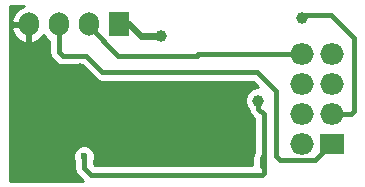
<source format=gbl>
G04 #@! TF.FileFunction,Copper,L2,Bot,Signal*
%FSLAX46Y46*%
G04 Gerber Fmt 4.6, Leading zero omitted, Abs format (unit mm)*
G04 Created by KiCad (PCBNEW 4.0.7) date Wed Dec 12 21:34:46 2018*
%MOMM*%
%LPD*%
G01*
G04 APERTURE LIST*
%ADD10C,0.100000*%
%ADD11C,0.300000*%
%ADD12R,1.700000X2.000000*%
%ADD13O,1.700000X2.000000*%
%ADD14R,2.000000X1.800000*%
%ADD15O,2.000000X1.800000*%
%ADD16C,1.000000*%
%ADD17C,0.600000*%
%ADD18C,0.400000*%
%ADD19C,0.600000*%
%ADD20C,0.254000*%
G04 APERTURE END LIST*
D10*
D11*
X75873715Y-101818286D02*
X75945143Y-101746857D01*
X76088000Y-101675429D01*
X76230858Y-101675429D01*
X76373715Y-101746857D01*
X76445143Y-101818286D01*
X76516572Y-101961143D01*
X76516572Y-102104000D01*
X76445143Y-102246857D01*
X76373715Y-102318286D01*
X76230858Y-102389714D01*
X76088000Y-102389714D01*
X75945143Y-102318286D01*
X75873715Y-102246857D01*
X75873715Y-101675429D02*
X75873715Y-102246857D01*
X75802286Y-102318286D01*
X75730858Y-102318286D01*
X75588000Y-102246857D01*
X75516572Y-102104000D01*
X75516572Y-101746857D01*
X75659429Y-101532571D01*
X75873715Y-101389714D01*
X76159429Y-101318286D01*
X76445143Y-101389714D01*
X76659429Y-101532571D01*
X76802286Y-101746857D01*
X76873715Y-102032571D01*
X76802286Y-102318286D01*
X76659429Y-102532571D01*
X76445143Y-102675429D01*
X76159429Y-102746857D01*
X75873715Y-102675429D01*
X75659429Y-102532571D01*
X74873715Y-102532571D02*
X74873715Y-101532571D01*
X74873715Y-101675429D02*
X74802287Y-101604000D01*
X74659429Y-101532571D01*
X74445144Y-101532571D01*
X74302287Y-101604000D01*
X74230858Y-101746857D01*
X74230858Y-102532571D01*
X74230858Y-101746857D02*
X74159429Y-101604000D01*
X74016572Y-101532571D01*
X73802287Y-101532571D01*
X73659429Y-101604000D01*
X73588001Y-101746857D01*
X73588001Y-102532571D01*
X72230858Y-101532571D02*
X72230858Y-102532571D01*
X72873715Y-101532571D02*
X72873715Y-102318286D01*
X72802287Y-102461143D01*
X72659429Y-102532571D01*
X72445144Y-102532571D01*
X72302287Y-102461143D01*
X72230858Y-102389714D01*
X71516572Y-102532571D02*
X71516572Y-101532571D01*
X71516572Y-101818286D02*
X71445144Y-101675429D01*
X71373715Y-101604000D01*
X71230858Y-101532571D01*
X71088001Y-101532571D01*
X70588001Y-102532571D02*
X70588001Y-101532571D01*
X70588001Y-101032571D02*
X70659430Y-101104000D01*
X70588001Y-101175429D01*
X70516573Y-101104000D01*
X70588001Y-101032571D01*
X70588001Y-101175429D01*
X69230858Y-101532571D02*
X69230858Y-102532571D01*
X69873715Y-101532571D02*
X69873715Y-102318286D01*
X69802287Y-102461143D01*
X69659429Y-102532571D01*
X69445144Y-102532571D01*
X69302287Y-102461143D01*
X69230858Y-102389714D01*
X68516572Y-102532571D02*
X68516572Y-101032571D01*
X68373715Y-101961143D02*
X67945144Y-102532571D01*
X67945144Y-101532571D02*
X68516572Y-102104000D01*
X67302286Y-102532571D02*
X67302286Y-101532571D01*
X67302286Y-101032571D02*
X67373715Y-101104000D01*
X67302286Y-101175429D01*
X67230858Y-101104000D01*
X67302286Y-101032571D01*
X67302286Y-101175429D01*
X65945143Y-102532571D02*
X65945143Y-101032571D01*
X65945143Y-102461143D02*
X66088000Y-102532571D01*
X66373714Y-102532571D01*
X66516572Y-102461143D01*
X66588000Y-102389714D01*
X66659429Y-102246857D01*
X66659429Y-101818286D01*
X66588000Y-101675429D01*
X66516572Y-101604000D01*
X66373714Y-101532571D01*
X66088000Y-101532571D01*
X65945143Y-101604000D01*
X64588000Y-102532571D02*
X64588000Y-101746857D01*
X64659429Y-101604000D01*
X64802286Y-101532571D01*
X65088000Y-101532571D01*
X65230857Y-101604000D01*
X64588000Y-102461143D02*
X64730857Y-102532571D01*
X65088000Y-102532571D01*
X65230857Y-102461143D01*
X65302286Y-102318286D01*
X65302286Y-102175429D01*
X65230857Y-102032571D01*
X65088000Y-101961143D01*
X64730857Y-101961143D01*
X64588000Y-101889714D01*
X64016571Y-101532571D02*
X63659428Y-102532571D01*
X63302286Y-101532571D01*
X62730857Y-102532571D02*
X62730857Y-101532571D01*
X62730857Y-101032571D02*
X62802286Y-101104000D01*
X62730857Y-101175429D01*
X62659429Y-101104000D01*
X62730857Y-101032571D01*
X62730857Y-101175429D01*
X61373714Y-102532571D02*
X61373714Y-101032571D01*
X61373714Y-102461143D02*
X61516571Y-102532571D01*
X61802285Y-102532571D01*
X61945143Y-102461143D01*
X62016571Y-102389714D01*
X62088000Y-102246857D01*
X62088000Y-101818286D01*
X62016571Y-101675429D01*
X61945143Y-101604000D01*
X61802285Y-101532571D01*
X61516571Y-101532571D01*
X61373714Y-101604000D01*
D12*
X67106800Y-95402400D03*
D13*
X64566800Y-95402400D03*
X62026800Y-95402400D03*
X59486800Y-95402400D03*
D14*
X85140800Y-105562400D03*
D15*
X82600800Y-105562400D03*
X85140800Y-103022400D03*
X82600800Y-103022400D03*
X85140800Y-100482400D03*
X82600800Y-100482400D03*
X85140800Y-97942400D03*
X82600800Y-97942400D03*
D16*
X78130400Y-104394000D03*
X63804800Y-99212400D03*
X70662800Y-96418400D03*
X82613500Y-94869000D03*
D17*
X64160400Y-106578400D03*
D16*
X78930500Y-101854000D03*
D18*
X77423294Y-104394000D02*
X78130400Y-104394000D01*
X68986400Y-104394000D02*
X77423294Y-104394000D01*
X63804800Y-99212400D02*
X68986400Y-104394000D01*
D19*
X67106800Y-95402400D02*
X67970400Y-95402400D01*
X67970400Y-95402400D02*
X68961000Y-96393000D01*
X68961000Y-96393000D02*
X70637400Y-96393000D01*
X70637400Y-96393000D02*
X70662800Y-96418400D01*
D18*
X85140800Y-103022400D02*
X86779100Y-103022400D01*
X87058500Y-96583500D02*
X85044001Y-94569001D01*
X86779100Y-103022400D02*
X87058500Y-102743000D01*
X87058500Y-102743000D02*
X87058500Y-96583500D01*
X85044001Y-94569001D02*
X82913499Y-94569001D01*
X82913499Y-94569001D02*
X82613500Y-94869000D01*
X64770000Y-108153200D02*
X64160400Y-107543600D01*
X64160400Y-107543600D02*
X64160400Y-106578400D01*
X79197200Y-108153200D02*
X64770000Y-108153200D01*
X79392399Y-107958001D02*
X79197200Y-108153200D01*
X79392399Y-106488895D02*
X79392399Y-107958001D01*
X79392399Y-103023005D02*
X79392399Y-106488895D01*
X78930500Y-101854000D02*
X78930500Y-102561106D01*
X78930500Y-102561106D02*
X79392399Y-103023005D01*
X79392399Y-106488895D02*
X79197200Y-106684094D01*
X79197200Y-106684094D02*
X79197200Y-107391200D01*
X85140800Y-105562400D02*
X85040800Y-105562400D01*
X85040800Y-105562400D02*
X83740800Y-106862400D01*
X80751200Y-106862400D02*
X80416400Y-106527600D01*
X83740800Y-106862400D02*
X80751200Y-106862400D01*
X80416400Y-106527600D02*
X80416400Y-101053900D01*
X80416400Y-101053900D02*
X78803500Y-99441000D01*
X62357000Y-98044000D02*
X62026800Y-97713800D01*
X78803500Y-99441000D02*
X65722500Y-99441000D01*
X65722500Y-99441000D02*
X64325500Y-98044000D01*
X64325500Y-98044000D02*
X62357000Y-98044000D01*
X62026800Y-97713800D02*
X62026800Y-97218500D01*
X62026800Y-95402400D02*
X62026800Y-97218500D01*
X62026800Y-97218500D02*
X62026800Y-97523300D01*
X73825100Y-97942400D02*
X73723500Y-98044000D01*
X82600800Y-97942400D02*
X73825100Y-97942400D01*
X67058400Y-98044000D02*
X64566800Y-95552400D01*
X73723500Y-98044000D02*
X67058400Y-98044000D01*
X64566800Y-95552400D02*
X64566800Y-95402400D01*
D20*
G36*
X58594755Y-94063736D02*
X58207776Y-94495588D01*
X58015516Y-95042658D01*
X58159569Y-95275400D01*
X59359800Y-95275400D01*
X59359800Y-95255400D01*
X59613800Y-95255400D01*
X59613800Y-95275400D01*
X59633800Y-95275400D01*
X59633800Y-95529400D01*
X59613800Y-95529400D01*
X59613800Y-96872555D01*
X59843690Y-96993876D01*
X59856060Y-96991953D01*
X60378845Y-96741064D01*
X60762147Y-96313315D01*
X60976746Y-96634486D01*
X61191800Y-96778180D01*
X61191800Y-97713800D01*
X61255361Y-98033341D01*
X61268831Y-98053500D01*
X61436366Y-98304234D01*
X61766566Y-98634434D01*
X62037459Y-98815439D01*
X62357000Y-98879000D01*
X63979632Y-98879000D01*
X65132066Y-100031434D01*
X65402959Y-100212439D01*
X65722500Y-100276000D01*
X78457632Y-100276000D01*
X78900605Y-100718973D01*
X78705725Y-100718803D01*
X78288414Y-100891233D01*
X77968855Y-101210235D01*
X77795697Y-101627244D01*
X77795303Y-102078775D01*
X77967733Y-102496086D01*
X78111143Y-102639746D01*
X78159061Y-102880647D01*
X78254182Y-103023005D01*
X78340066Y-103151540D01*
X78557399Y-103368873D01*
X78557399Y-106167543D01*
X78425761Y-106364553D01*
X78362200Y-106684094D01*
X78362200Y-107318200D01*
X65115868Y-107318200D01*
X64995400Y-107197732D01*
X64995400Y-107005634D01*
X65095238Y-106765199D01*
X65095562Y-106393233D01*
X64953517Y-106049457D01*
X64690727Y-105786208D01*
X64347199Y-105643562D01*
X63975233Y-105643238D01*
X63631457Y-105785283D01*
X63368208Y-106048073D01*
X63225562Y-106391601D01*
X63225238Y-106763567D01*
X63325400Y-107005978D01*
X63325400Y-107543600D01*
X63388961Y-107863141D01*
X63468136Y-107981634D01*
X63569966Y-108134034D01*
X64098332Y-108662400D01*
X57910800Y-108662400D01*
X57910800Y-95762142D01*
X58015516Y-95762142D01*
X58207776Y-96309212D01*
X58594755Y-96741064D01*
X59117540Y-96991953D01*
X59129910Y-96993876D01*
X59359800Y-96872555D01*
X59359800Y-95529400D01*
X58159569Y-95529400D01*
X58015516Y-95762142D01*
X57910800Y-95762142D01*
X57910800Y-93826400D01*
X59089299Y-93826400D01*
X58594755Y-94063736D01*
X58594755Y-94063736D01*
G37*
X58594755Y-94063736D02*
X58207776Y-94495588D01*
X58015516Y-95042658D01*
X58159569Y-95275400D01*
X59359800Y-95275400D01*
X59359800Y-95255400D01*
X59613800Y-95255400D01*
X59613800Y-95275400D01*
X59633800Y-95275400D01*
X59633800Y-95529400D01*
X59613800Y-95529400D01*
X59613800Y-96872555D01*
X59843690Y-96993876D01*
X59856060Y-96991953D01*
X60378845Y-96741064D01*
X60762147Y-96313315D01*
X60976746Y-96634486D01*
X61191800Y-96778180D01*
X61191800Y-97713800D01*
X61255361Y-98033341D01*
X61268831Y-98053500D01*
X61436366Y-98304234D01*
X61766566Y-98634434D01*
X62037459Y-98815439D01*
X62357000Y-98879000D01*
X63979632Y-98879000D01*
X65132066Y-100031434D01*
X65402959Y-100212439D01*
X65722500Y-100276000D01*
X78457632Y-100276000D01*
X78900605Y-100718973D01*
X78705725Y-100718803D01*
X78288414Y-100891233D01*
X77968855Y-101210235D01*
X77795697Y-101627244D01*
X77795303Y-102078775D01*
X77967733Y-102496086D01*
X78111143Y-102639746D01*
X78159061Y-102880647D01*
X78254182Y-103023005D01*
X78340066Y-103151540D01*
X78557399Y-103368873D01*
X78557399Y-106167543D01*
X78425761Y-106364553D01*
X78362200Y-106684094D01*
X78362200Y-107318200D01*
X65115868Y-107318200D01*
X64995400Y-107197732D01*
X64995400Y-107005634D01*
X65095238Y-106765199D01*
X65095562Y-106393233D01*
X64953517Y-106049457D01*
X64690727Y-105786208D01*
X64347199Y-105643562D01*
X63975233Y-105643238D01*
X63631457Y-105785283D01*
X63368208Y-106048073D01*
X63225562Y-106391601D01*
X63225238Y-106763567D01*
X63325400Y-107005978D01*
X63325400Y-107543600D01*
X63388961Y-107863141D01*
X63468136Y-107981634D01*
X63569966Y-108134034D01*
X64098332Y-108662400D01*
X57910800Y-108662400D01*
X57910800Y-95762142D01*
X58015516Y-95762142D01*
X58207776Y-96309212D01*
X58594755Y-96741064D01*
X59117540Y-96991953D01*
X59129910Y-96993876D01*
X59359800Y-96872555D01*
X59359800Y-95529400D01*
X58159569Y-95529400D01*
X58015516Y-95762142D01*
X57910800Y-95762142D01*
X57910800Y-93826400D01*
X59089299Y-93826400D01*
X58594755Y-94063736D01*
G36*
X82727800Y-105435400D02*
X82747800Y-105435400D01*
X82747800Y-105689400D01*
X82727800Y-105689400D01*
X82727800Y-105709400D01*
X82473800Y-105709400D01*
X82473800Y-105689400D01*
X82453800Y-105689400D01*
X82453800Y-105435400D01*
X82473800Y-105435400D01*
X82473800Y-105415400D01*
X82727800Y-105415400D01*
X82727800Y-105435400D01*
X82727800Y-105435400D01*
G37*
X82727800Y-105435400D02*
X82747800Y-105435400D01*
X82747800Y-105689400D01*
X82727800Y-105689400D01*
X82727800Y-105709400D01*
X82473800Y-105709400D01*
X82473800Y-105689400D01*
X82453800Y-105689400D01*
X82453800Y-105435400D01*
X82473800Y-105435400D01*
X82473800Y-105415400D01*
X82727800Y-105415400D01*
X82727800Y-105435400D01*
M02*

</source>
